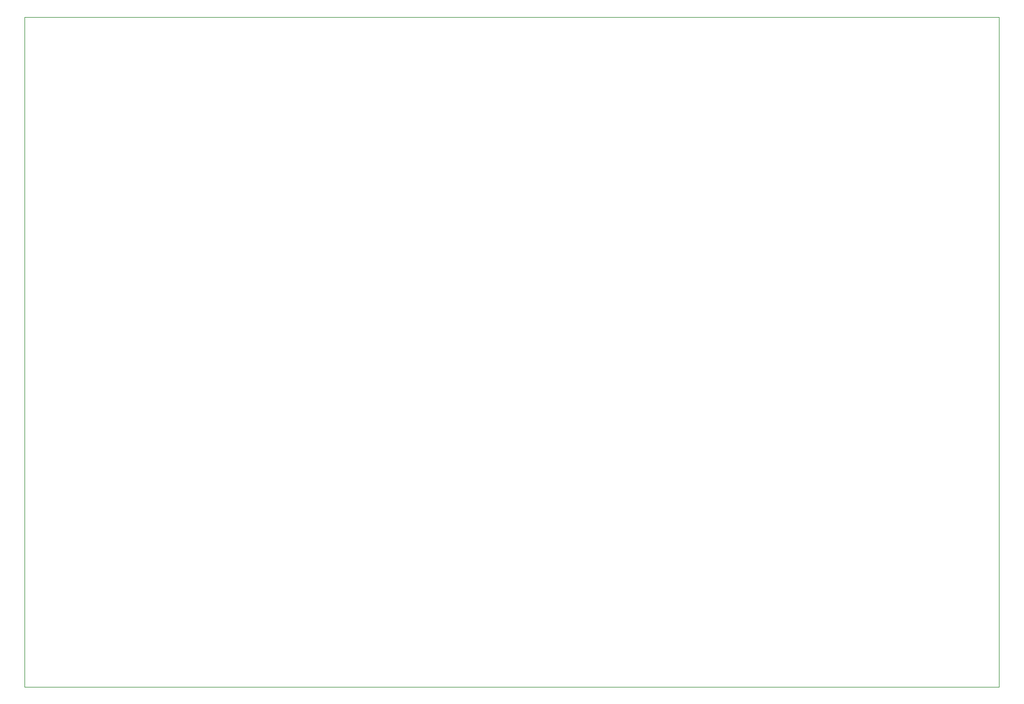
<source format=gbr>
%TF.GenerationSoftware,KiCad,Pcbnew,(6.0.8)*%
%TF.CreationDate,2023-08-16T21:35:29+09:00*%
%TF.ProjectId,main2_circuit_V1,6d61696e-325f-4636-9972-637569745f56,rev?*%
%TF.SameCoordinates,PX463f660PY8d76d80*%
%TF.FileFunction,Profile,NP*%
%FSLAX46Y46*%
G04 Gerber Fmt 4.6, Leading zero omitted, Abs format (unit mm)*
G04 Created by KiCad (PCBNEW (6.0.8)) date 2023-08-16 21:35:29*
%MOMM*%
%LPD*%
G01*
G04 APERTURE LIST*
%TA.AperFunction,Profile*%
%ADD10C,0.100000*%
%TD*%
G04 APERTURE END LIST*
D10*
X0Y99568000D02*
X144780000Y99568000D01*
X144780000Y99568000D02*
X144780000Y0D01*
X144780000Y0D02*
X0Y0D01*
X0Y0D02*
X0Y99568000D01*
M02*

</source>
